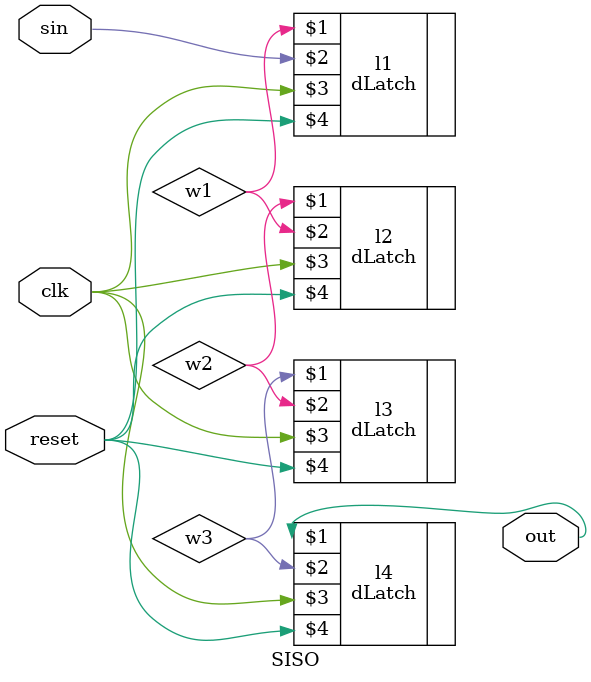
<source format=v>
`include "dLatch.v"

module SISO(out, sin, clk, reset);
	input sin, clk, reset;
	output out;
	wire w1,w2,w3;

	dLatch l1 (w1, sin, clk, reset);
	dLatch l2 (w2, w1, clk, reset);
	dLatch l3 (w3, w2, clk, reset);
	dLatch l4 (out, w3, clk, reset);

endmodule
</source>
